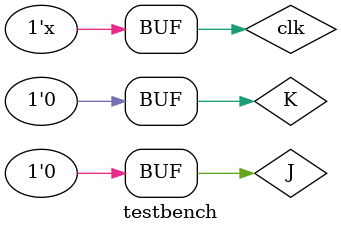
<source format=v>
`timescale 1ns / 1ps

module testbench();

reg clk, J, K;
wire Q;

JKFF FF(clk, J, K, Q);

initial begin
    clk <= 0;
    #30 J <= 0;
        K <= 0;
    #30 J <= 0;
        K <= 1;
    #30 J <= 0;
        K <= 0;
    #30 J <= 1;
        K <= 0;
    #30 J <= 0;
        K <= 0;
    #30 J <= 1;
        K <= 1;
    #30 J <= 0;
        K <= 0;
end

always begin
    #5 clk <= ~clk;
end
    
endmodule

</source>
